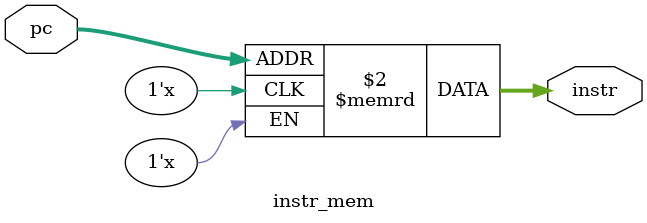
<source format=sv>
module instr_mem (
    input logic[15 : 0] pc,
    output logic[15 : 0] instr
);

reg[15 : 0] instr_mem [0 : 7];
//input program directly here or through the test bench
always @(*) begin
    instr = instr_mem[pc];
end

endmodule
</source>
